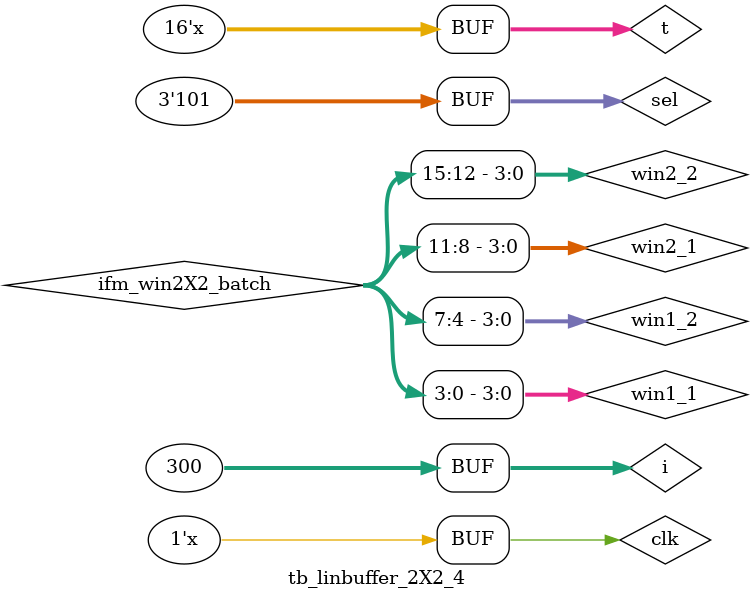
<source format=v>
`timescale 1ns/1ns
module tb_linbuffer_2X2_4();
    reg clk;
    reg [2:0] sel;
    reg [3:0]   ifmstream_in_array  [0:300];
    wire [3:0]   ifmstream_in;
    wire    [15:0]  ifm_win2X2_batch ;
    wire [3:0] win1_1;
    wire [3:0] win1_2;
    wire [3:0] win2_1;
    wire [3:0] win2_2;
    integer i;
    reg [15:0] t;

    
    assign ifmstream_in=ifmstream_in_array[t];  
    assign win1_1=ifm_win2X2_batch[3:0];
	assign win1_2=ifm_win2X2_batch[7:4];
	assign win2_1=ifm_win2X2_batch[11:8];
	assign win2_2=ifm_win2X2_batch[15:12];     
    
    initial begin
        for(i=0;i<300;i=i+1)
        begin
            ifmstream_in_array[i]=i%16;
        end      
        clk<=1'b0;
        sel<=2'b1;
        t<=0;
        #5000
        sel<= 3;
        #5000
        sel<= 5;
    end


always  #10 clk<=~clk; 
always  #200 t<=(t+1)%300;



linebuffer_2x2_type_x4 linebuffer_2x2_type_x4_u
(
    .clk (clk)         ,
    .sel  (sel)       ,			  
    .ifmstream_in (ifmstream_in)     ,	
    .ifm_win2X2_batch(ifm_win2X2_batch)

);

endmodule
</source>
